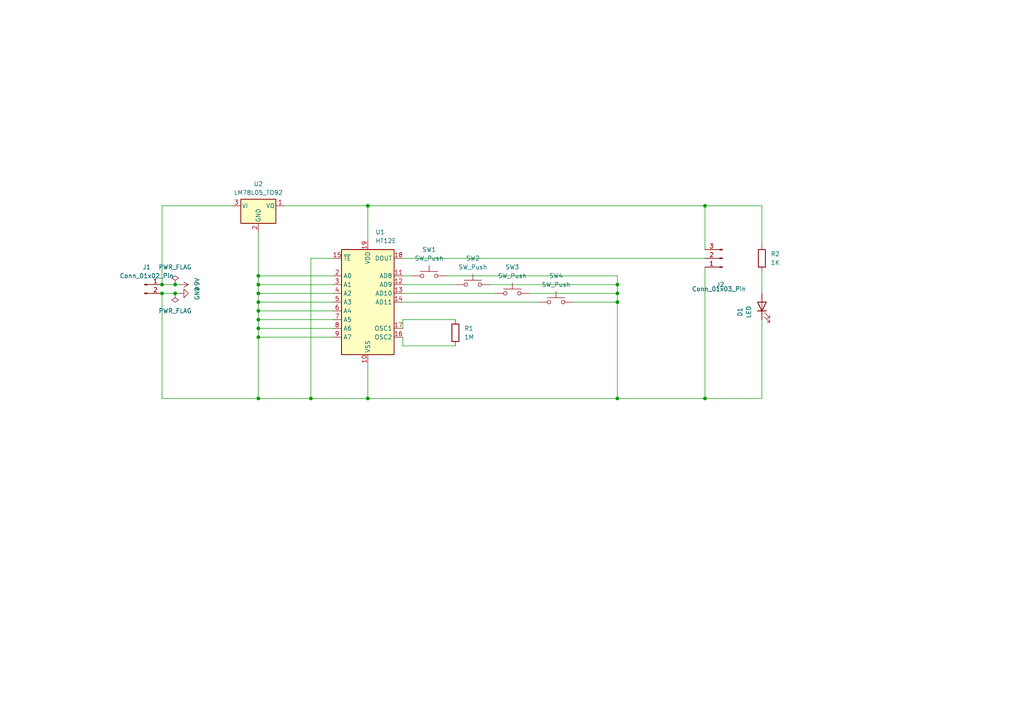
<source format=kicad_sch>
(kicad_sch (version 20231120) (generator "eeschema") (generator_version "8.0")
  (paper "A4")
  (lib_symbols
    (symbol "Connector:Conn_01x02_Pin" (pin_names (offset 1.016) hide)
      (property "Reference" "J" (at 0 2.54 0))
      (property "Value" "Conn_01x02_Pin" (at 0 -5.08 0))
      (symbol "Conn_01x02_Pin_1_1"
        (polyline (pts (xy 1.27 -2.54) (xy 0.8636 -2.54)) (stroke (width 0.1524)))
        (polyline (pts (xy 1.27 0) (xy 0.8636 0)) (stroke (width 0.1524)))
        (rectangle (start 0.8636 -2.413) (end 0 -2.667) (stroke (width 0.1524)) (fill (type outline)))
        (rectangle (start 0.8636 0.127) (end 0 -0.127) (stroke (width 0.1524)) (fill (type outline)))
        (pin passive line (at 5.08 0 180) (length 3.81) (name "Pin_1") (number "1"))
        (pin passive line (at 5.08 -2.54 180) (length 3.81) (name "Pin_2") (number "2"))
      )
    )
    (symbol "Connector:Conn_01x03_Pin" (pin_names (offset 1.016) hide)
      (property "Reference" "J" (at 0 5.08 0))
      (property "Value" "Conn_01x03_Pin" (at 0 -5.08 0))
      (symbol "Conn_01x03_Pin_1_1"
        (polyline (pts (xy 1.27 -2.54) (xy 0.8636 -2.54)) (stroke (width 0.1524)))
        (polyline (pts (xy 1.27 0) (xy 0.8636 0)) (stroke (width 0.1524)))
        (polyline (pts (xy 1.27 2.54) (xy 0.8636 2.54)) (stroke (width 0.1524)))
        (rectangle (start 0.8636 -2.413) (end 0 -2.667) (stroke (width 0.1524)) (fill (type outline)))
        (rectangle (start 0.8636 0.127) (end 0 -0.127) (stroke (width 0.1524)) (fill (type outline)))
        (rectangle (start 0.8636 2.667) (end 0 2.413) (stroke (width 0.1524)) (fill (type outline)))
        (pin passive line (at 5.08 2.54 180) (length 3.81) (name "Pin_1") (number "1"))
        (pin passive line (at 5.08 0 180) (length 3.81) (name "Pin_2") (number "2"))
        (pin passive line (at 5.08 -2.54 180) (length 3.81) (name "Pin_3") (number "3"))
      )
    )
    (symbol "Device:LED" (pin_numbers hide) (pin_names (offset 1.016) hide)
      (property "Reference" "D" (at 0 2.54 0))
      (property "Value" "LED" (at 0 -2.54 0))
      (symbol "LED_0_1"
        (polyline (pts (xy -1.27 -1.27) (xy -1.27 1.27)) (stroke (width 0.254)))
        (polyline (pts (xy -1.27 0) (xy 1.27 0)))
        (polyline (pts (xy 1.27 -1.27) (xy 1.27 1.27) (xy -1.27 0) (xy 1.27 -1.27)) (stroke (width 0.254)))
        (polyline (pts (xy -3.048 -0.762) (xy -4.572 -2.286) (xy -3.81 -2.286) (xy -4.572 -2.286) (xy -4.572 -1.524)))
        (polyline (pts (xy -1.778 -0.762) (xy -3.302 -2.286) (xy -2.54 -2.286) (xy -3.302 -2.286) (xy -3.302 -1.524)))
      )
      (symbol "LED_1_1"
        (pin passive line (at -3.81 0 0) (length 2.54) (name "K") (number "1"))
        (pin passive line (at 3.81 0 180) (length 2.54) (name "A") (number "2"))
      )
    )
    (symbol "Device:R" (pin_numbers hide) (pin_names (offset 0))
      (property "Reference" "R" (at 2.032 0 90))
      (property "Value" "R" (at 0 0 90))
      (symbol "R_0_1"
        (rectangle (start -1.016 -2.54) (end 1.016 2.54) (stroke (width 0.254)))
      )
      (symbol "R_1_1"
        (pin passive line (at 0 3.81 270) (length 1.27) (name "~") (number "1"))
        (pin passive line (at 0 -3.81 90) (length 1.27) (name "~") (number "2"))
      )
    )
    (symbol "Interface:HT12E"
      (property "Reference" "U" (at -6.35 16.51 0))
      (property "Value" "HT12E" (at 6.35 16.51 0))
      (symbol "HT12E_1_1"
        (rectangle (start -7.62 15.24) (end 7.62 -15.24) (stroke (width 0.254)) (fill (type background)))
        (pin no_connect line (at 7.62 -2.54 180) (length 2.54) hide (name "NC") (number "1"))
        (pin power_in line (at 0 -17.78 90) (length 2.54) (name "VSS") (number "10"))
        (pin output line (at 10.16 7.62 180) (length 2.54) (name "AD8") (number "11"))
        (pin output line (at 10.16 5.08 180) (length 2.54) (name "AD9") (number "12"))
        (pin output line (at 10.16 2.54 180) (length 2.54) (name "AD10") (number "13"))
        (pin output line (at 10.16 0 180) (length 2.54) (name "AD11") (number "14"))
        (pin input line (at -10.16 12.7 0) (length 2.54) (name "~{TE}") (number "15"))
        (pin output line (at 10.16 -10.16 180) (length 2.54) (name "OSC2") (number "16"))
        (pin input line (at 10.16 -7.62 180) (length 2.54) (name "OSC1") (number "17"))
        (pin output line (at 10.16 12.7 180) (length 2.54) (name "DOUT") (number "18"))
        (pin power_in line (at 0 17.78 270) (length 2.54) (name "VDD") (number "19"))
        (pin input line (at -10.16 7.62 0) (length 2.54) (name "A0") (number "2"))
        (pin no_connect line (at 7.62 -5.08 180) (length 2.54) hide (name "NC") (number "20"))
        (pin input line (at -10.16 5.08 0) (length 2.54) (name "A1") (number "3"))
        (pin input line (at -10.16 2.54 0) (length 2.54) (name "A2") (number "4"))
        (pin input line (at -10.16 0 0) (length 2.54) (name "A3") (number "5"))
        (pin input line (at -10.16 -2.54 0) (length 2.54) (name "A4") (number "6"))
        (pin input line (at -10.16 -5.08 0) (length 2.54) (name "A5") (number "7"))
        (pin input line (at -10.16 -7.62 0) (length 2.54) (name "A6") (number "8"))
        (pin input line (at -10.16 -10.16 0) (length 2.54) (name "A7") (number "9"))
      )
    )
    (symbol "Regulator_Linear:LM78L05_TO92" (pin_names (offset 0.254))
      (property "Reference" "U" (at -3.81 3.175 0))
      (property "Value" "LM78L05_TO92" (at 0 3.175 0))
      (symbol "LM78L05_TO92_0_1"
        (rectangle (start -5.08 -5.08) (end 5.08 1.905) (stroke (width 0.254)) (fill (type background)))
      )
      (symbol "LM78L05_TO92_1_1"
        (pin power_out line (at 7.62 0 180) (length 2.54) (name "VO") (number "1"))
        (pin power_in line (at 0 -7.62 90) (length 2.54) (name "GND") (number "2"))
        (pin power_in line (at -7.62 0 0) (length 2.54) (name "VI") (number "3"))
      )
    )
    (symbol "Switch:SW_Push" (pin_numbers hide) (pin_names (offset 1.016) hide)
      (property "Reference" "SW" (at 1.27 2.54 0))
      (property "Value" "SW_Push" (at 0 -1.524 0))
      (symbol "SW_Push_0_1"
        (circle (center -2.032 0) (radius 0.508))
        (polyline (pts (xy 0 1.27) (xy 0 3.048)))
        (polyline (pts (xy 2.54 1.27) (xy -2.54 1.27)))
        (circle (center 2.032 0) (radius 0.508))
        (pin passive line (at -5.08 0 0) (length 2.54) (name "1") (number "1"))
        (pin passive line (at 5.08 0 180) (length 2.54) (name "2") (number "2"))
      )
    )
    (symbol "power:+9V" (power) (pin_numbers hide) (pin_names (offset 0) hide)
      (property "Value" "+9V" (at 0 3.556 0))
      (symbol "+9V_0_1"
        (polyline (pts (xy -0.762 1.27) (xy 0 2.54)))
        (polyline (pts (xy 0 0) (xy 0 2.54)))
        (polyline (pts (xy 0 2.54) (xy 0.762 1.27)))
      )
      (symbol "+9V_1_1"
        (pin power_in line (at 0 0 90) (length 0) (name "~") (number "1"))
      )
    )
    (symbol "power:GND" (power) (pin_numbers hide) (pin_names (offset 0) hide)
      (property "Value" "GND" (at 0 -3.81 0))
      (symbol "GND_0_1"
        (polyline (pts (xy 0 0) (xy 0 -1.27) (xy 1.27 -1.27) (xy 0 -2.54) (xy -1.27 -1.27) (xy 0 -1.27)))
      )
      (symbol "GND_1_1"
        (pin power_in line (at 0 0 270) (length 0) (name "~") (number "1"))
      )
    )
    (symbol "power:PWR_FLAG" (power) (pin_numbers hide) (pin_names (offset 0) hide)
      (property "Value" "PWR_FLAG" (at 0 3.81 0))
      (symbol "PWR_FLAG_0_0"
        (pin power_out line (at 0 0 90) (length 0) (name "~") (number "1"))
      )
      (symbol "PWR_FLAG_0_1"
        (polyline (pts (xy 0 0) (xy 0 1.27) (xy -1.016 1.905) (xy 0 2.54) (xy 1.016 1.905) (xy 0 1.27)))
      )
    )
  )
  (junction (at 204.47 59.69))
  (junction (at 46.99 85.09))
  (junction (at 179.07 87.63))
  (junction (at 74.93 85.09))
  (junction (at 179.07 82.55))
  (junction (at 90.17 115.57))
  (junction (at 106.68 115.57))
  (junction (at 74.93 82.55))
  (junction (at 50.8 82.55))
  (junction (at 204.47 115.57))
  (junction (at 74.93 95.25))
  (junction (at 74.93 97.79))
  (junction (at 74.93 87.63))
  (junction (at 50.8 85.09))
  (junction (at 74.93 80.01))
  (junction (at 106.68 59.69))
  (junction (at 74.93 90.17))
  (junction (at 74.93 92.71))
  (junction (at 74.93 115.57))
  (junction (at 179.07 115.57))
  (junction (at 46.99 82.55))
  (junction (at 179.07 85.09))
  (wire (pts (xy 74.93 85.09) (xy 74.93 87.63)))
  (wire (pts (xy 90.17 115.57) (xy 74.93 115.57)))
  (wire (pts (xy 179.07 115.57) (xy 106.68 115.57)))
  (wire (pts (xy 179.07 85.09) (xy 179.07 87.63)))
  (wire (pts (xy 153.67 85.09) (xy 179.07 85.09)))
  (wire (pts (xy 204.47 115.57) (xy 179.07 115.57)))
  (wire (pts (xy 74.93 95.25) (xy 96.52 95.25)))
  (wire (pts (xy 74.93 87.63) (xy 74.93 90.17)))
  (wire (pts (xy 129.54 80.01) (xy 179.07 80.01)))
  (wire (pts (xy 142.24 82.55) (xy 179.07 82.55)))
  (wire (pts (xy 46.99 82.55) (xy 46.99 59.69)))
  (wire (pts (xy 132.08 100.33) (xy 116.84 100.33)))
  (wire (pts (xy 166.37 87.63) (xy 179.07 87.63)))
  (wire (pts (xy 74.93 92.71) (xy 74.93 95.25)))
  (wire (pts (xy 46.99 59.69) (xy 67.31 59.69)))
  (wire (pts (xy 74.93 90.17) (xy 96.52 90.17)))
  (wire (pts (xy 74.93 97.79) (xy 96.52 97.79)))
  (wire (pts (xy 96.52 74.93) (xy 90.17 74.93)))
  (wire (pts (xy 106.68 59.69) (xy 106.68 69.85)))
  (wire (pts (xy 116.84 85.09) (xy 143.51 85.09)))
  (wire (pts (xy 50.8 82.55) (xy 46.99 82.55)))
  (wire (pts (xy 46.99 115.57) (xy 46.99 85.09)))
  (wire (pts (xy 220.98 59.69) (xy 204.47 59.69)))
  (wire (pts (xy 116.84 74.93) (xy 204.47 74.93)))
  (wire (pts (xy 179.07 87.63) (xy 179.07 115.57)))
  (wire (pts (xy 179.07 80.01) (xy 179.07 82.55)))
  (wire (pts (xy 220.98 92.71) (xy 220.98 115.57)))
  (wire (pts (xy 74.93 80.01) (xy 74.93 82.55)))
  (wire (pts (xy 50.8 85.09) (xy 46.99 85.09)))
  (wire (pts (xy 220.98 71.12) (xy 220.98 59.69)))
  (wire (pts (xy 74.93 85.09) (xy 96.52 85.09)))
  (wire (pts (xy 116.84 100.33) (xy 116.84 97.79)))
  (wire (pts (xy 116.84 87.63) (xy 156.21 87.63)))
  (wire (pts (xy 116.84 95.25) (xy 116.84 92.71)))
  (wire (pts (xy 106.68 59.69) (xy 204.47 59.69)))
  (wire (pts (xy 74.93 82.55) (xy 74.93 85.09)))
  (wire (pts (xy 96.52 92.71) (xy 74.93 92.71)))
  (wire (pts (xy 116.84 82.55) (xy 132.08 82.55)))
  (wire (pts (xy 204.47 59.69) (xy 204.47 72.39)))
  (wire (pts (xy 179.07 82.55) (xy 179.07 85.09)))
  (wire (pts (xy 82.55 59.69) (xy 106.68 59.69)))
  (wire (pts (xy 116.84 92.71) (xy 132.08 92.71)))
  (wire (pts (xy 74.93 67.31) (xy 74.93 80.01)))
  (wire (pts (xy 204.47 77.47) (xy 204.47 115.57)))
  (wire (pts (xy 220.98 115.57) (xy 204.47 115.57)))
  (wire (pts (xy 74.93 90.17) (xy 74.93 92.71)))
  (wire (pts (xy 106.68 115.57) (xy 90.17 115.57)))
  (wire (pts (xy 106.68 105.41) (xy 106.68 115.57)))
  (wire (pts (xy 50.8 82.55) (xy 52.07 82.55)))
  (wire (pts (xy 74.93 115.57) (xy 46.99 115.57)))
  (wire (pts (xy 116.84 80.01) (xy 119.38 80.01)))
  (wire (pts (xy 74.93 87.63) (xy 96.52 87.63)))
  (wire (pts (xy 74.93 95.25) (xy 74.93 97.79)))
  (wire (pts (xy 74.93 82.55) (xy 96.52 82.55)))
  (wire (pts (xy 90.17 74.93) (xy 90.17 115.57)))
  (wire (pts (xy 52.07 85.09) (xy 50.8 85.09)))
  (wire (pts (xy 74.93 80.01) (xy 96.52 80.01)))
  (wire (pts (xy 74.93 97.79) (xy 74.93 115.57)))
  (wire (pts (xy 220.98 85.09) (xy 220.98 78.74)))
  (symbol (lib_id "Switch:SW_Push") (at 148.59 85.09 0) (unit 1)
    (property "Reference" "SW3" (at 148.59 77.47 0))
    (property "Value" "SW_Push" (at 148.59 80.01 0))
    (property "Footprint" "Button_Switch_THT:SW_Tactile_Straight_KSA0Axx1LFTR" (effects (hide yes)))
    (property "Description" "Push button switch, generic, two pins" (effects (hide yes)))
  )
  (symbol (lib_id "Device:R") (at 220.98 74.93 0) (unit 1)
    (property "Reference" "R2" (at 223.52 73.6599 0) (effects (justify left)))
    (property "Value" "1K" (at 223.52 76.1999 0) (effects (justify left)))
    (property "Footprint" "Resistor_THT:R_Axial_DIN0207_L6.3mm_D2.5mm_P10.16mm_Horizontal" (effects (hide yes)))
    (property "Description" "Resistor" (effects (hide yes)))
  )
  (symbol (lib_id "power:+9V") (at 52.07 82.55 270) (unit 1)
    (property "Reference" "#PWR01" (effects (hide yes)))
    (property "Value" "+9V" (at 57.15 82.55 0))
    (property "Description" "Power symbol creates a global label with name \"+9V\"" (effects (hide yes)))
  )
  (symbol (lib_id "Interface:HT12E") (at 106.68 87.63 0) (unit 1)
    (property "Reference" "U1" (at 108.8741 67.31 0) (effects (justify left)))
    (property "Value" "HT12E" (at 108.8741 69.85 0) (effects (justify left)))
    (property "Footprint" "Package_SO:SOP-20_7.5x12.8mm_P1.27mm" (effects (hide yes)))
    (property "Datasheet" "https://www.holtek.com/documents/10179/116711/2_12ev120.pdf" (effects (hide yes)))
    (property "Description" "2^12 serial encoder, SOP-20" (effects (hide yes)))
  )
  (symbol (lib_id "Switch:SW_Push") (at 161.29 87.63 0) (unit 1)
    (property "Reference" "SW4" (at 161.29 80.01 0))
    (property "Value" "SW_Push" (at 161.29 82.55 0))
    (property "Footprint" "Button_Switch_THT:SW_Tactile_Straight_KSA0Axx1LFTR" (effects (hide yes)))
    (property "Description" "Push button switch, generic, two pins" (effects (hide yes)))
  )
  (symbol (lib_id "power:GND") (at 52.07 85.09 90) (unit 1)
    (property "Reference" "#PWR02" (effects (hide yes)))
    (property "Value" "GND" (at 57.15 85.09 0))
    (property "Description" "Power symbol creates a global label with name \"GND\" , ground" (effects (hide yes)))
  )
  (symbol (lib_id "Device:LED") (at 220.98 88.9 90) (unit 1)
    (property "Reference" "D1" (at 214.63 90.4875 0))
    (property "Value" "LED" (at 217.17 90.4875 0))
    (property "Footprint" "LED_THT:LED_D5.0mm" (effects (hide yes)))
    (property "Description" "Light emitting diode" (effects (hide yes)))
  )
  (symbol (lib_id "Connector:Conn_01x02_Pin") (at 41.91 82.55 0) (unit 1)
    (property "Reference" "J1" (at 42.545 77.47 0))
    (property "Value" "Conn_01x02_Pin" (at 42.545 80.01 0))
    (property "Footprint" "Connector_PinSocket_2.54mm:PinSocket_1x02_P2.54mm_Vertical" (effects (hide yes)))
    (property "Description" "Generic connector, single row, 01x02, script generated" (effects (hide yes)))
  )
  (symbol (lib_id "power:PWR_FLAG") (at 50.8 85.09 180) (unit 1)
    (property "Reference" "#FLG03" (effects (hide yes)))
    (property "Value" "PWR_FLAG" (at 50.8 90.17 0))
    (property "Description" "Special symbol for telling ERC where power comes from" (effects (hide yes)))
  )
  (symbol (lib_id "Switch:SW_Push") (at 124.46 80.01 0) (unit 1)
    (property "Reference" "SW1" (at 124.46 72.39 0))
    (property "Value" "SW_Push" (at 124.46 74.93 0))
    (property "Footprint" "Button_Switch_THT:SW_Tactile_Straight_KSA0Axx1LFTR" (effects (hide yes)))
    (property "Description" "Push button switch, generic, two pins" (effects (hide yes)))
  )
  (symbol (lib_id "Connector:Conn_01x03_Pin") (at 209.55 74.93 180) (unit 1)
    (property "Reference" "J2" (at 208.915 82.55 0))
    (property "Value" "Conn_01x03_Pin" (at 208.534 83.82 0))
    (property "Footprint" "Connector_PinSocket_2.54mm:PinSocket_1x03_P2.54mm_Vertical" (effects (hide yes)))
    (property "Description" "Generic connector, single row, 01x03, script generated" (effects (hide yes)))
  )
  (symbol (lib_id "power:PWR_FLAG") (at 50.8 82.55 0) (unit 1)
    (property "Reference" "#FLG01" (effects (hide yes)))
    (property "Value" "PWR_FLAG" (at 50.8 77.47 0))
    (property "Description" "Special symbol for telling ERC where power comes from" (effects (hide yes)))
  )
  (symbol (lib_id "Switch:SW_Push") (at 137.16 82.55 0) (unit 1)
    (property "Reference" "SW2" (at 137.16 74.93 0))
    (property "Value" "SW_Push" (at 137.16 77.47 0))
    (property "Footprint" "Button_Switch_THT:SW_Tactile_Straight_KSA0Axx1LFTR" (effects (hide yes)))
    (property "Description" "Push button switch, generic, two pins" (effects (hide yes)))
  )
  (symbol (lib_id "Device:R") (at 132.08 96.52 0) (unit 1)
    (property "Reference" "R1" (at 134.62 95.2499 0) (effects (justify left)))
    (property "Value" "1M" (at 134.62 97.7899 0) (effects (justify left)))
    (property "Footprint" "Resistor_THT:R_Axial_DIN0207_L6.3mm_D2.5mm_P10.16mm_Horizontal" (effects (hide yes)))
    (property "Description" "Resistor" (effects (hide yes)))
  )
  (symbol (lib_id "Regulator_Linear:LM78L05_TO92") (at 74.93 59.69 0) (unit 1)
    (property "Reference" "U2" (at 74.93 53.34 0))
    (property "Value" "LM78L05_TO92" (at 74.93 55.88 0))
    (property "Footprint" "Package_TO_SOT_THT:TO-92_Inline_W4.0mm_Horizontal_FlatSideUp" (effects (hide yes)))
    (property "Datasheet" "https://www.onsemi.com/pub/Collateral/MC78L06A-D.pdf" (effects (hide yes)))
    (property "Description" "Positive 100mA 30V Linear Regulator, Fixed Output 5V, TO-92" (effects (hide yes)))
  )
)
</source>
